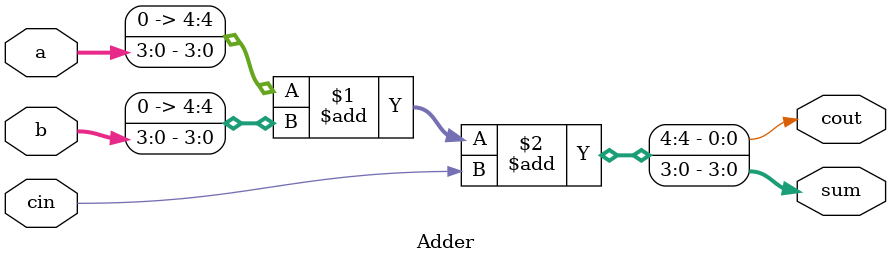
<source format=v>
module Adder(a, b, cin, sum, cout);

	input [3:0] a, b;
	input cin;
	output [3:0] sum;
	output cout;
	
	assign {cout, sum} = {1'b0, a} + {1'b0, b} + cin;
	
endmodule
</source>
